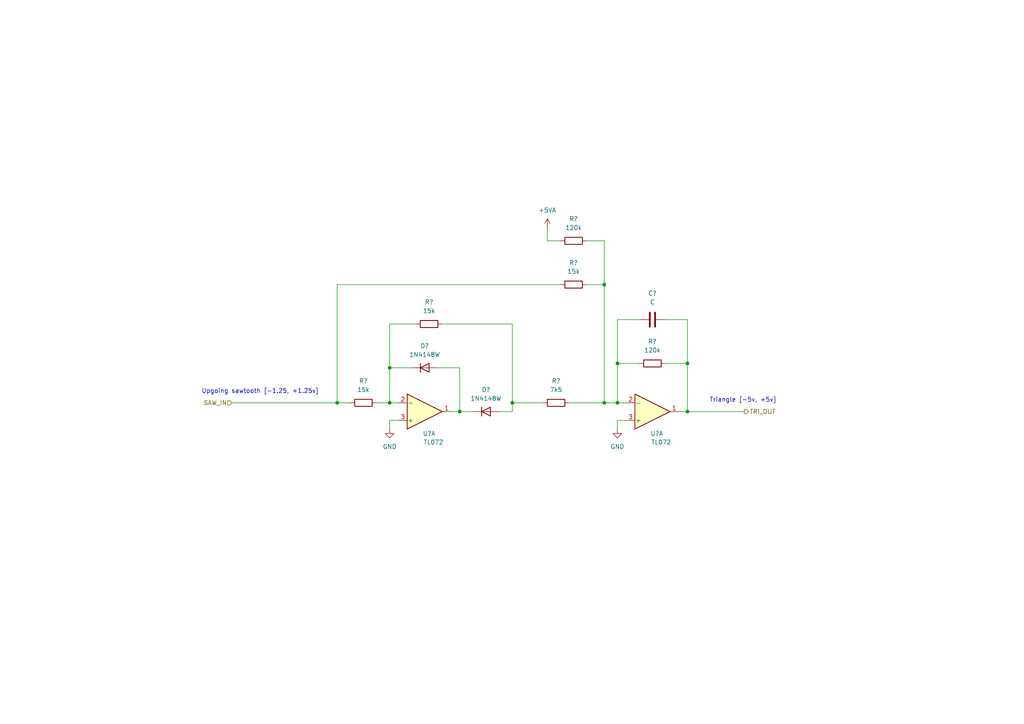
<source format=kicad_sch>
(kicad_sch (version 20211123) (generator eeschema)
  (paper "A4")
  (lib_symbols
    (symbol "Amplifier_Operational:TL072" (pin_names (offset 0.127))
      (property "Reference" "U" (at 0 5.08 0))
      (property "Value" "TL072" (at 0 -5.08 0))
      (symbol "TL072_1_1"
        (polyline (pts (xy -5.08 5.08) (xy 5.08 0) (xy -5.08 -5.08) (xy -5.08 5.08)) (stroke (width 0.254)) (fill (type background)))
        (pin output line (at 7.62 0 180) (length 2.54) (name "~") (number "1"))
        (pin input line (at -7.62 -2.54 0) (length 2.54) (name "-") (number "2"))
        (pin input line (at -7.62 2.54 0) (length 2.54) (name "+") (number "3"))
      )
      (symbol "TL072_2_1"
        (polyline (pts (xy -5.08 5.08) (xy 5.08 0) (xy -5.08 -5.08) (xy -5.08 5.08)) (stroke (width 0.254)) (fill (type background)))
        (pin input line (at -7.62 2.54 0) (length 2.54) (name "+") (number "5"))
        (pin input line (at -7.62 -2.54 0) (length 2.54) (name "-") (number "6"))
        (pin output line (at 7.62 0 180) (length 2.54) (name "~") (number "7"))
      )
      (symbol "TL072_3_1"
        (pin power_in line (at -2.54 -7.62 90) (length 3.81) (name "V-") (number "4"))
        (pin power_in line (at -2.54 7.62 270) (length 3.81) (name "V+") (number "8"))
      )
    )
    (symbol "Device:C" (pin_numbers hide) (pin_names (offset 0.254))
      (property "Reference" "C" (at 0.635 2.54 0))
      (property "Value" "C" (at 0.635 -2.54 0))
      (symbol "C_0_1"
        (polyline (pts (xy -2.032 -0.762) (xy 2.032 -0.762)) (stroke (width 0.508)))
        (polyline (pts (xy -2.032 0.762) (xy 2.032 0.762)) (stroke (width 0.508)))
      )
      (symbol "C_1_1"
        (pin passive line (at 0 3.81 270) (length 2.794) (name "~") (number "1"))
        (pin passive line (at 0 -3.81 90) (length 2.794) (name "~") (number "2"))
      )
    )
    (symbol "Device:R" (pin_numbers hide) (pin_names (offset 0))
      (property "Reference" "R" (at 2.032 0 90))
      (property "Value" "R" (at 0 0 90))
      (symbol "R_0_1"
        (rectangle (start -1.016 -2.54) (end 1.016 2.54) (stroke (width 0.254)))
      )
      (symbol "R_1_1"
        (pin passive line (at 0 3.81 270) (length 1.27) (name "~") (number "1"))
        (pin passive line (at 0 -3.81 90) (length 1.27) (name "~") (number "2"))
      )
    )
    (symbol "Diode:1N4148W" (pin_numbers hide) (pin_names (offset 1.016) hide)
      (property "Reference" "D" (at 0 2.54 0))
      (property "Value" "1N4148W" (at 0 -2.54 0))
      (symbol "1N4148W_0_1"
        (polyline (pts (xy -1.27 1.27) (xy -1.27 -1.27)) (stroke (width 0.254)))
        (polyline (pts (xy 1.27 0) (xy -1.27 0)))
        (polyline (pts (xy 1.27 1.27) (xy 1.27 -1.27) (xy -1.27 0) (xy 1.27 1.27)) (stroke (width 0.254)))
      )
      (symbol "1N4148W_1_1"
        (pin passive line (at -3.81 0 0) (length 2.54) (name "K") (number "1"))
        (pin passive line (at 3.81 0 180) (length 2.54) (name "A") (number "2"))
      )
    )
    (symbol "power:+5VA" (power) (pin_names (offset 0))
      (property "Value" "+5VA" (at 0 3.556 0))
      (symbol "+5VA_0_1"
        (polyline (pts (xy -0.762 1.27) (xy 0 2.54)))
        (polyline (pts (xy 0 0) (xy 0 2.54)))
        (polyline (pts (xy 0 2.54) (xy 0.762 1.27)))
      )
      (symbol "+5VA_1_1"
        (pin power_in line (at 0 0 90) (length 0) hide (name "+5VA") (number "1"))
      )
    )
    (symbol "power:GND" (power) (pin_names (offset 0))
      (property "Value" "GND" (at 0 -3.81 0))
      (symbol "GND_0_1"
        (polyline (pts (xy 0 0) (xy 0 -1.27) (xy 1.27 -1.27) (xy 0 -2.54) (xy -1.27 -1.27) (xy 0 -1.27)))
      )
      (symbol "GND_1_1"
        (pin power_in line (at 0 0 270) (length 0) hide (name "GND") (number "1"))
      )
    )
  )
  (junction (at 179.07 105.41))
  (junction (at 175.26 116.84))
  (junction (at 97.79 116.84))
  (junction (at 199.39 119.38))
  (junction (at 113.03 106.68))
  (junction (at 113.03 116.84))
  (junction (at 179.07 116.84))
  (junction (at 175.26 82.55))
  (junction (at 199.39 105.41))
  (junction (at 133.35 119.38))
  (junction (at 148.59 116.84))
  (wire (pts (xy 113.03 124.46) (xy 113.03 121.92)))
  (wire (pts (xy 148.59 93.98) (xy 148.59 116.84)))
  (wire (pts (xy 113.03 116.84) (xy 113.03 106.68)))
  (wire (pts (xy 199.39 119.38) (xy 199.39 105.41)))
  (wire (pts (xy 175.26 82.55) (xy 175.26 116.84)))
  (wire (pts (xy 113.03 93.98) (xy 113.03 106.68)))
  (wire (pts (xy 179.07 116.84) (xy 181.61 116.84)))
  (wire (pts (xy 113.03 106.68) (xy 119.38 106.68)))
  (wire (pts (xy 175.26 69.85) (xy 175.26 82.55)))
  (wire (pts (xy 170.18 69.85) (xy 175.26 69.85)))
  (wire (pts (xy 158.75 66.04) (xy 158.75 69.85)))
  (wire (pts (xy 133.35 119.38) (xy 137.16 119.38)))
  (wire (pts (xy 115.57 116.84) (xy 113.03 116.84)))
  (wire (pts (xy 144.78 119.38) (xy 148.59 119.38)))
  (wire (pts (xy 97.79 82.55) (xy 162.56 82.55)))
  (wire (pts (xy 185.42 105.41) (xy 179.07 105.41)))
  (wire (pts (xy 130.81 119.38) (xy 133.35 119.38)))
  (wire (pts (xy 113.03 121.92) (xy 115.57 121.92)))
  (wire (pts (xy 165.1 116.84) (xy 175.26 116.84)))
  (wire (pts (xy 179.07 92.71) (xy 179.07 105.41)))
  (wire (pts (xy 109.22 116.84) (xy 113.03 116.84)))
  (wire (pts (xy 97.79 116.84) (xy 97.79 82.55)))
  (wire (pts (xy 133.35 119.38) (xy 133.35 106.68)))
  (wire (pts (xy 179.07 121.92) (xy 181.61 121.92)))
  (wire (pts (xy 199.39 105.41) (xy 193.04 105.41)))
  (wire (pts (xy 196.85 119.38) (xy 199.39 119.38)))
  (wire (pts (xy 101.6 116.84) (xy 97.79 116.84)))
  (wire (pts (xy 120.65 93.98) (xy 113.03 93.98)))
  (wire (pts (xy 199.39 119.38) (xy 215.9 119.38)))
  (wire (pts (xy 175.26 116.84) (xy 179.07 116.84)))
  (wire (pts (xy 179.07 105.41) (xy 179.07 116.84)))
  (wire (pts (xy 148.59 93.98) (xy 128.27 93.98)))
  (wire (pts (xy 133.35 106.68) (xy 127 106.68)))
  (wire (pts (xy 193.04 92.71) (xy 199.39 92.71)))
  (wire (pts (xy 199.39 92.71) (xy 199.39 105.41)))
  (wire (pts (xy 67.31 116.84) (xy 97.79 116.84)))
  (wire (pts (xy 185.42 92.71) (xy 179.07 92.71)))
  (wire (pts (xy 170.18 82.55) (xy 175.26 82.55)))
  (wire (pts (xy 179.07 124.46) (xy 179.07 121.92)))
  (wire (pts (xy 158.75 69.85) (xy 162.56 69.85)))
  (wire (pts (xy 148.59 116.84) (xy 157.48 116.84)))
  (wire (pts (xy 148.59 116.84) (xy 148.59 119.38)))
  (text "Triangle [-5v, +5v]" (at 205.74 116.84 0) (effects (font (size 1.27 1.27)) (justify left bottom)))
  (text "Upgoing sawtooth [-1.25, +1.25v]" (at 58.42 114.3 0) (effects (font (size 1.27 1.27)) (justify left bottom)))
  (hierarchical_label "SAW_IN" (shape input) (at 67.31 116.84 180))
  (hierarchical_label "TRI_OUT" (shape output) (at 215.9 119.38 0))
  (symbol (lib_id "Device:C") (at 189.23 92.71 90) (unit 1)
    (property "Reference" "C?" (at 189.23 85.09 90))
    (property "Value" "C" (at 189.23 87.63 90))
  )
  (symbol (lib_id "Device:R") (at 124.46 93.98 270) (unit 1)
    (property "Reference" "R?" (at 124.46 87.63 90))
    (property "Value" "15k" (at 124.46 90.17 90))
  )
  (symbol (lib_id "Device:R") (at 105.41 116.84 270) (unit 1)
    (property "Reference" "R?" (at 105.41 110.49 90))
    (property "Value" "15k" (at 105.41 113.03 90))
  )
  (symbol (lib_id "Device:R") (at 166.37 82.55 270) (unit 1)
    (property "Reference" "R?" (at 166.37 76.2 90))
    (property "Value" "15k" (at 166.37 78.74 90))
  )
  (symbol (lib_id "Device:R") (at 161.29 116.84 270) (unit 1)
    (property "Reference" "R?" (at 161.29 110.49 90))
    (property "Value" "7k5" (at 161.29 113.03 90))
  )
  (symbol (lib_id "Diode:1N4148W") (at 140.97 119.38 0) (unit 1)
    (property "Reference" "D?" (at 140.97 113.03 0))
    (property "Value" "1N4148W" (at 140.97 115.57 0))
    (property "Footprint" "Diode_SMD:D_SOD-123" (effects hide))
    (property "Datasheet" "https://www.vishay.com/docs/85748/1n4148w.pdf" (effects hide))
  )
  (symbol (lib_id "power:GND") (at 179.07 124.46 0) (unit 1)
    (property "Reference" "#PWR?" (effects hide))
    (property "Value" "GND" (at 179.07 129.54 0))
  )
  (symbol (lib_id "Amplifier_Operational:TL072") (at 189.23 119.38 0) (mirror x) (unit 1)
    (property "Reference" "U?" (at 190.5 125.73 0))
    (property "Value" "TL072" (at 191.77 128.27 0))
    (property "Datasheet" "http://www.ti.com/lit/ds/symlink/tl071.pdf" (effects hide))
  )
  (symbol (lib_id "Diode:1N4148W") (at 123.19 106.68 0) (unit 1)
    (property "Reference" "D?" (at 123.19 100.33 0))
    (property "Value" "1N4148W" (at 123.19 102.87 0))
    (property "Footprint" "Diode_SMD:D_SOD-123" (effects hide))
    (property "Datasheet" "https://www.vishay.com/docs/85748/1n4148w.pdf" (effects hide))
  )
  (symbol (lib_id "power:GND") (at 113.03 124.46 0) (unit 1)
    (property "Reference" "#PWR?" (effects hide))
    (property "Value" "GND" (at 113.03 129.54 0))
  )
  (symbol (lib_id "Device:R") (at 166.37 69.85 270) (unit 1)
    (property "Reference" "R?" (at 166.37 63.5 90))
    (property "Value" "120k" (at 166.37 66.04 90))
  )
  (symbol (lib_id "Amplifier_Operational:TL072") (at 123.19 119.38 0) (mirror x) (unit 1)
    (property "Reference" "U?" (at 124.46 125.73 0))
    (property "Value" "TL072" (at 125.73 128.27 0))
    (property "Datasheet" "http://www.ti.com/lit/ds/symlink/tl071.pdf" (effects hide))
  )
  (symbol (lib_id "power:+5VA") (at 158.75 66.04 0) (unit 1)
    (property "Reference" "#PWR?" (effects hide))
    (property "Value" "+5VA" (at 158.75 60.96 0))
  )
  (symbol (lib_id "Device:R") (at 189.23 105.41 270) (unit 1)
    (property "Reference" "R?" (at 189.23 99.06 90))
    (property "Value" "120k" (at 189.23 101.6 90))
  )
)
</source>
